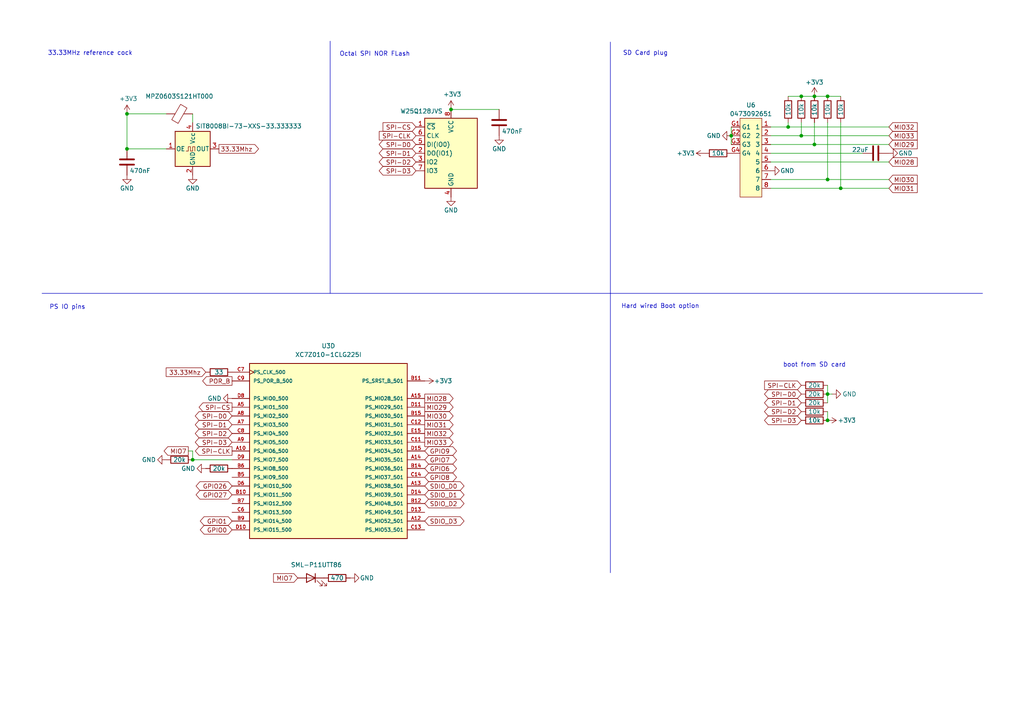
<source format=kicad_sch>
(kicad_sch (version 20231120) (generator "eeschema") (generator_version "8.0")
  (paper "A4")
  (lib_symbols
    (symbol "Device:C" (pin_numbers hide) (pin_names (offset 0.254))
      (property "Reference" "C" (at 0.635 2.54 0))
      (property "Value" "C" (at 0.635 -2.54 0))
      (symbol "C_0_1"
        (polyline (pts (xy -2.032 -0.762) (xy 2.032 -0.762)) (stroke (width 0.508)))
        (polyline (pts (xy -2.032 0.762) (xy 2.032 0.762)) (stroke (width 0.508)))
      )
      (symbol "C_1_1"
        (pin passive line (at 0 3.81 270) (length 2.794) (name "~") (number "1"))
        (pin passive line (at 0 -3.81 90) (length 2.794) (name "~") (number "2"))
      )
    )
    (symbol "Device:FerriteBead" (pin_numbers hide) (pin_names (offset 0))
      (property "Reference" "FB" (at -3.81 0.635 90))
      (property "Value" "FerriteBead" (at 3.81 0 90))
      (symbol "FerriteBead_0_1"
        (polyline (pts (xy 0 -1.27) (xy 0 -1.2192)))
        (polyline (pts (xy 0 1.27) (xy 0 1.2954)))
        (polyline (pts (xy -2.7686 0.4064) (xy -1.7018 2.2606) (xy 2.7686 -0.3048) (xy 1.6764 -2.159) (xy -2.7686 0.4064)))
      )
      (symbol "FerriteBead_1_1"
        (pin passive line (at 0 3.81 270) (length 2.54) (name "~") (number "1"))
        (pin passive line (at 0 -3.81 90) (length 2.54) (name "~") (number "2"))
      )
    )
    (symbol "Device:LED" (pin_numbers hide) (pin_names (offset 1.016) hide)
      (property "Reference" "D" (at 0 2.54 0))
      (property "Value" "LED" (at 0 -2.54 0))
      (symbol "LED_0_1"
        (polyline (pts (xy -1.27 -1.27) (xy -1.27 1.27)) (stroke (width 0.254)))
        (polyline (pts (xy -1.27 0) (xy 1.27 0)))
        (polyline (pts (xy 1.27 -1.27) (xy 1.27 1.27) (xy -1.27 0) (xy 1.27 -1.27)) (stroke (width 0.254)))
        (polyline (pts (xy -3.048 -0.762) (xy -4.572 -2.286) (xy -3.81 -2.286) (xy -4.572 -2.286) (xy -4.572 -1.524)))
        (polyline (pts (xy -1.778 -0.762) (xy -3.302 -2.286) (xy -2.54 -2.286) (xy -3.302 -2.286) (xy -3.302 -1.524)))
      )
      (symbol "LED_1_1"
        (pin passive line (at -3.81 0 0) (length 2.54) (name "K") (number "1"))
        (pin passive line (at 3.81 0 180) (length 2.54) (name "A") (number "2"))
      )
    )
    (symbol "Device:R" (pin_numbers hide) (pin_names (offset 0))
      (property "Reference" "R" (at 2.032 0 90))
      (property "Value" "R" (at 0 0 90))
      (symbol "R_0_1"
        (rectangle (start -1.016 -2.54) (end 1.016 2.54) (stroke (width 0.254)))
      )
      (symbol "R_1_1"
        (pin passive line (at 0 3.81 270) (length 1.27) (name "~") (number "1"))
        (pin passive line (at 0 -3.81 90) (length 1.27) (name "~") (number "2"))
      )
    )
    (symbol "ESP32-PRO_Rev_B1:GND" (power) (pin_names (offset 0))
      (property "Value" "GND" (at 0 -3.81 0))
      (symbol "GND_0_1"
        (polyline (pts (xy 0 0) (xy 0 -1.27) (xy 1.27 -1.27) (xy 0 -2.54) (xy -1.27 -1.27) (xy 0 -1.27)))
      )
      (symbol "GND_1_1"
        (pin power_in line (at 0 0 270) (length 0) hide (name "GND") (number "1"))
      )
    )
    (symbol "Memory_Flash:W25Q128JVS"
      (property "Reference" "U" (at -6.35 11.43 0))
      (property "Value" "W25Q128JVS" (at 7.62 11.43 0))
      (symbol "W25Q128JVS_0_1"
        (rectangle (start -7.62 10.16) (end 7.62 -10.16) (stroke (width 0.254)) (fill (type background)))
      )
      (symbol "W25Q128JVS_1_1"
        (pin input line (at -10.16 7.62 0) (length 2.54) (name "~{CS}") (number "1"))
        (pin bidirectional line (at -10.16 0 0) (length 2.54) (name "DO(IO1)") (number "2"))
        (pin bidirectional line (at -10.16 -2.54 0) (length 2.54) (name "IO2") (number "3"))
        (pin power_in line (at 0 -12.7 90) (length 2.54) (name "GND") (number "4"))
        (pin bidirectional line (at -10.16 2.54 0) (length 2.54) (name "DI(IO0)") (number "5"))
        (pin input line (at -10.16 5.08 0) (length 2.54) (name "CLK") (number "6"))
        (pin bidirectional line (at -10.16 -5.08 0) (length 2.54) (name "IO3") (number "7"))
        (pin power_in line (at 0 12.7 270) (length 2.54) (name "VCC") (number "8"))
      )
    )
    (symbol "Oscillator:SG-210SCD" (pin_names (offset 0.254))
      (property "Reference" "X" (at -5.08 6.35 0))
      (property "Value" "SG-210SCD" (at 1.27 -6.35 0))
      (symbol "SG-210SCD_0_1"
        (rectangle (start -5.08 5.08) (end 5.08 -5.08) (stroke (width 0.254)) (fill (type background)))
        (polyline (pts (xy -1.905 -0.635) (xy -1.27 -0.635) (xy -1.27 0.635) (xy -0.635 0.635) (xy -0.635 -0.635) (xy 0 -0.635) (xy 0 0.635) (xy 0.635 0.635) (xy 0.635 -0.635)))
      )
      (symbol "SG-210SCD_1_1"
        (pin input line (at -7.62 0 0) (length 2.54) (name "OE") (number "1"))
        (pin power_in line (at 0 -7.62 90) (length 2.54) (name "GND") (number "2"))
        (pin output line (at 7.62 0 180) (length 2.54) (name "OUT") (number "3"))
        (pin power_in line (at 0 7.62 270) (length 2.54) (name "Vcc") (number "4"))
      )
    )
    (symbol "Personal:U"
      (property "Reference" "U" (at 0 0 0))
      (symbol "U_1_1"
        (rectangle (start -2.54 -1.27) (end 3.81 -24.13) (fill (type background)))
        (pin input line (at 6.35 -3.81 180) (length 2.54) (name "1") (number "1"))
        (pin input line (at 6.35 -6.35 180) (length 2.54) (name "2") (number "2"))
        (pin input line (at 6.35 -8.89 180) (length 2.54) (name "3") (number "3"))
        (pin input line (at 6.35 -11.43 180) (length 2.54) (name "4") (number "4"))
        (pin input line (at 6.35 -13.97 180) (length 2.54) (name "5") (number "5"))
        (pin input line (at 6.35 -16.51 180) (length 2.54) (name "6") (number "6"))
        (pin input line (at 6.35 -19.05 180) (length 2.54) (name "7") (number "7"))
        (pin input line (at 6.35 -21.59 180) (length 2.54) (name "8") (number "8"))
        (pin input line (at -5.08 -3.81 0) (length 2.54) (name "G1") (number "G1"))
        (pin input line (at -5.08 -6.35 0) (length 2.54) (name "G2") (number "G2"))
        (pin input line (at -5.08 -8.89 0) (length 2.54) (name "G3") (number "G3"))
        (pin input line (at -5.08 -11.43 0) (length 2.54) (name "G4") (number "G4"))
      )
    )
    (symbol "Personal:XC7Z010-1CLG225I" (pin_names (offset 1.016))
      (property "Reference" "U" (at -25.5456 24.8201 0))
      (property "Value" "XC7Z010-1CLG225I" (at -25.5473 -24.1252 0))
      (symbol "XC7Z010-1CLG225I_1_0"
        (rectangle (start -25.4 -20.32) (end 25.4 22.86) (stroke (width 0.254)) (fill (type background)))
        (pin bidirectional line (at 30.48 7.62 180) (length 5.08) (name "INIT_B_0") (number "D5"))
        (pin power_in line (at 30.48 20.32 180) (length 5.08) (name "VCCBATT_0") (number "E6"))
        (pin passive line (at 30.48 -10.16 180) (length 5.08) (name "RSVDGND") (number "E8"))
        (pin input line (at -30.48 -5.08 0) (length 5.08) (name "CFGBVS_0") (number "F6"))
        (pin power_in line (at 30.48 17.78 180) (length 5.08) (name "VCCADC_0") (number "F7"))
        (pin power_in line (at 30.48 -17.78 180) (length 5.08) (name "GNDADC_0") (number "F8"))
        (pin passive line (at 30.48 -2.54 180) (length 5.08) (name "RSVSVCC1") (number "G4"))
        (pin input line (at -30.48 -7.62 0) (length 5.08) (name "VP_0") (number "G7"))
        (pin power_in line (at 30.48 -15.24 180) (length 5.08) (name "VREFN_0") (number "G8"))
        (pin input clock (at -30.48 10.16 0) (length 5.08) (name "TCK_0") (number "G9"))
        (pin passive line (at 30.48 -7.62 180) (length 5.08) (name "RSVSVCC3") (number "H4"))
        (pin power_in line (at 30.48 15.24 180) (length 5.08) (name "VREFP_0") (number "H7"))
        (pin input line (at -30.48 -10.16 0) (length 5.08) (name "VN_0") (number "H8"))
        (pin passive line (at 30.48 -5.08 180) (length 5.08) (name "RSVSVCC2") (number "J4"))
        (pin output line (at 30.48 2.54 180) (length 5.08) (name "DXP_0") (number "J7"))
        (pin input line (at -30.48 -2.54 0) (length 5.08) (name "PROGRAM_B_0") (number "K6"))
        (pin input line (at -30.48 5.08 0) (length 5.08) (name "TDI_0") (number "L7"))
        (pin output line (at -30.48 2.54 0) (length 5.08) (name "TDO_0") (number "L8"))
        (pin input line (at -30.48 7.62 0) (length 5.08) (name "TMS_0") (number "L9"))
        (pin bidirectional line (at 30.48 10.16 180) (length 5.08) (name "DONE_0") (number "M7"))
      )
      (symbol "XC7Z010-1CLG225I_2_0"
        (rectangle (start -27.94 -30.48) (end 27.94 33.02) (stroke (width 0.254)) (fill (type background)))
        (pin bidirectional line (at -33.02 30.48 0) (length 5.08) (name "IO_L1P_T0_34") (number "G11"))
        (pin bidirectional line (at -33.02 25.4 0) (length 5.08) (name "IO_L2P_T0_34") (number "G12"))
        (pin bidirectional line (at -33.02 20.32 0) (length 5.08) (name "IO_L3P_T0_DQS_PUDC_B_34") (number "G14"))
        (pin bidirectional line (at -33.02 5.08 0) (length 5.08) (name "IO_L6P_T0_34") (number "H11"))
        (pin bidirectional line (at -33.02 27.94 0) (length 5.08) (name "IO_L1N_T0_34") (number "H12"))
        (pin bidirectional line (at -33.02 22.86 0) (length 5.08) (name "IO_L2N_T0_34") (number "H13"))
        (pin bidirectional line (at -33.02 17.78 0) (length 5.08) (name "IO_L3N_T0_DQS_34") (number "H14"))
        (pin bidirectional line (at -33.02 2.54 0) (length 5.08) (name "IO_L6N_T0_VREF_34") (number "J11"))
        (pin bidirectional line (at -33.02 10.16 0) (length 5.08) (name "IO_L5P_T0_34") (number "J13"))
        (pin bidirectional line (at -33.02 7.62 0) (length 5.08) (name "IO_L5N_T0_34") (number "J14"))
        (pin bidirectional line (at -33.02 15.24 0) (length 5.08) (name "IO_L4P_T0_34") (number "J15"))
        (pin bidirectional line (at -33.02 -20.32 0) (length 5.08) (name "IO_L11P_T1_SRCC_34") (number "K11"))
        (pin bidirectional line (at -33.02 -22.86 0) (length 5.08) (name "IO_L11N_T1_SRCC_34") (number "K12"))
        (pin bidirectional line (at -33.02 -15.24 0) (length 5.08) (name "IO_L10P_T1_34") (number "K13"))
        (pin bidirectional line (at -33.02 12.7 0) (length 5.08) (name "IO_L4N_T0_34") (number "K15"))
        (pin bidirectional line (at -33.02 -25.4 0) (length 5.08) (name "IO_L12P_T1_MRCC_34") (number "L12"))
        (pin bidirectional line (at -33.02 -17.78 0) (length 5.08) (name "IO_L10N_T1_34") (number "L13"))
        (pin bidirectional line (at -33.02 -10.16 0) (length 5.08) (name "IO_L9P_T1_DQS_34") (number "L14"))
        (pin bidirectional line (at -33.02 -5.08 0) (length 5.08) (name "IO_L8P_T1_34") (number "L15"))
        (pin bidirectional line (at 33.02 -5.08 180) (length 5.08) (name "IO_L21P_T3_DQS_34") (number "M10"))
        (pin bidirectional line (at 33.02 -7.62 180) (length 5.08) (name "IO_L21N_T3_DQS_34") (number "M11"))
        (pin bidirectional line (at -33.02 -27.94 0) (length 5.08) (name "IO_L12N_T1_MRCC_34") (number "M12"))
        (pin bidirectional line (at -33.02 -12.7 0) (length 5.08) (name "IO_L9N_T1_DQS_34") (number "M14"))
        (pin bidirectional line (at -33.02 -7.62 0) (length 5.08) (name "IO_L8N_T1_34") (number "M15"))
        (pin bidirectional line (at 33.02 5.08 180) (length 5.08) (name "IO_L19P_T3_34") (number "M9"))
        (pin bidirectional line (at 33.02 30.48 180) (length 5.08) (name "IO_L13P_T2_MRCC_34") (number "N11"))
        (pin bidirectional line (at 33.02 27.94 180) (length 5.08) (name "IO_L13N_T2_MRCC_34") (number "N12"))
        (pin bidirectional line (at -33.02 0 0) (length 5.08) (name "IO_L7P_T1_34") (number "N13"))
        (pin bidirectional line (at -33.02 -2.54 0) (length 5.08) (name "IO_L7N_T1_34") (number "N14"))
        (pin bidirectional line (at 33.02 -10.16 180) (length 5.08) (name "IO_L22P_T3_34") (number "N7"))
        (pin bidirectional line (at 33.02 -12.7 180) (length 5.08) (name "IO_L22N_T3_34") (number "N8"))
        (pin bidirectional line (at 33.02 2.54 180) (length 5.08) (name "IO_L19N_T3_VREF_34") (number "N9"))
        (pin bidirectional line (at 33.02 -20.32 180) (length 5.08) (name "IO_L24P_T3_34") (number "P10"))
        (pin bidirectional line (at 33.02 20.32 180) (length 5.08) (name "IO_L16P_T2_34") (number "P11"))
        (pin bidirectional line (at 33.02 10.16 180) (length 5.08) (name "IO_L18P_T2_34") (number "P13"))
        (pin bidirectional line (at 33.02 7.62 180) (length 5.08) (name "IO_L18N_T2_34") (number "P14"))
        (pin bidirectional line (at 33.02 25.4 180) (length 5.08) (name "IO_L15P_T2_DQS_34") (number "P15"))
        (pin bidirectional line (at 33.02 -15.24 180) (length 5.08) (name "IO_L23P_T3_34") (number "P8"))
        (pin bidirectional line (at 33.02 -17.78 180) (length 5.08) (name "IO_L23N_T3_34") (number "P9"))
        (pin bidirectional line (at 33.02 -22.86 180) (length 5.08) (name "IO_L24N_T3_34") (number "R10"))
        (pin bidirectional line (at 33.02 17.78 180) (length 5.08) (name "IO_L16N_T2_34") (number "R11"))
        (pin bidirectional line (at 33.02 15.24 180) (length 5.08) (name "IO_L17P_T2_34") (number "R12"))
        (pin bidirectional line (at 33.02 12.7 180) (length 5.08) (name "IO_L17N_T2_34") (number "R13"))
        (pin bidirectional line (at 33.02 22.86 180) (length 5.08) (name "IO_L15N_T2_DQS_34") (number "R15"))
        (pin bidirectional line (at 33.02 0 180) (length 5.08) (name "IO_L20P_T3_34") (number "R7"))
        (pin bidirectional line (at 33.02 -2.54 180) (length 5.08) (name "IO_L20N_T3_34") (number "R8"))
      )
      (symbol "XC7Z010-1CLG225I_3_0"
        (rectangle (start -22.86 -10.16) (end 22.86 12.7) (stroke (width 0.254)) (fill (type background)))
        (pin bidirectional line (at -27.94 5.08 0) (length 5.08) (name "IO_L2P_T0_AD8P_35") (number "E11"))
        (pin bidirectional line (at -27.94 2.54 0) (length 5.08) (name "IO_L2N_T0_AD8N_35") (number "E12"))
        (pin bidirectional line (at -27.94 7.62 0) (length 5.08) (name "IO_L1N_T0_AD0N_35") (number "E13"))
        (pin bidirectional line (at -27.94 10.16 0) (length 5.08) (name "IO_L1P_T0_AD0P_35") (number "F12"))
        (pin bidirectional line (at -27.94 0 0) (length 5.08) (name "IO_L3P_T0_DQS_AD1P_35") (number "F13"))
        (pin bidirectional line (at -27.94 -2.54 0) (length 5.08) (name "IO_L3N_T0_DQS_AD1N_35") (number "F14"))
        (pin bidirectional line (at -27.94 -7.62 0) (length 5.08) (name "IO_L5N_T0_AD9N_35") (number "F15"))
        (pin bidirectional line (at -27.94 -5.08 0) (length 5.08) (name "IO_L5P_T0_AD9P_35") (number "G15"))
      )
      (symbol "XC7Z010-1CLG225I_4_0"
        (rectangle (start -22.86 -25.4) (end 22.86 25.4) (stroke (width 0.254)) (fill (type background)))
        (pin bidirectional line (at -27.94 0 0) (length 5.08) (name "PS_MIO6_500") (number "A10"))
        (pin bidirectional line (at 27.94 -20.32 180) (length 5.08) (name "PS_MIO52_501") (number "A12"))
        (pin bidirectional line (at 27.94 -10.16 180) (length 5.08) (name "PS_MIO38_501") (number "A13"))
        (pin bidirectional line (at 27.94 -2.54 180) (length 5.08) (name "PS_MIO35_501") (number "A14"))
        (pin bidirectional line (at 27.94 15.24 180) (length 5.08) (name "PS_MIO28_501") (number "A15"))
        (pin bidirectional line (at -27.94 12.7 0) (length 5.08) (name "PS_MIO1_500") (number "A5"))
        (pin bidirectional line (at -27.94 7.62 0) (length 5.08) (name "PS_MIO3_500") (number "A7"))
        (pin bidirectional line (at -27.94 10.16 0) (length 5.08) (name "PS_MIO2_500") (number "A8"))
        (pin bidirectional line (at -27.94 2.54 0) (length 5.08) (name "PS_MIO5_500") (number "A9"))
        (pin bidirectional line (at -27.94 -12.7 0) (length 5.08) (name "PS_MIO11_500") (number "B10"))
        (pin input line (at 27.94 20.32 180) (length 5.08) (name "PS_SRST_B_501") (number "B11"))
        (pin bidirectional line (at 27.94 -15.24 180) (length 5.08) (name "PS_MIO48_501") (number "B12"))
        (pin bidirectional line (at 27.94 -5.08 180) (length 5.08) (name "PS_MIO36_501") (number "B14"))
        (pin bidirectional line (at 27.94 10.16 180) (length 5.08) (name "PS_MIO30_501") (number "B15"))
        (pin bidirectional line (at -27.94 -7.62 0) (length 5.08) (name "PS_MIO9_500") (number "B5"))
        (pin bidirectional line (at -27.94 -5.08 0) (length 5.08) (name "PS_MIO8_500") (number "B6"))
        (pin bidirectional line (at -27.94 -15.24 0) (length 5.08) (name "PS_MIO12_500") (number "B7"))
        (pin bidirectional line (at -27.94 -20.32 0) (length 5.08) (name "PS_MIO14_500") (number "B9"))
        (pin bidirectional line (at 27.94 2.54 180) (length 5.08) (name "PS_MIO33_501") (number "C11"))
        (pin bidirectional line (at 27.94 7.62 180) (length 5.08) (name "PS_MIO31_501") (number "C12"))
        (pin bidirectional line (at 27.94 -22.86 180) (length 5.08) (name "PS_MIO53_501") (number "C13"))
        (pin bidirectional line (at 27.94 -7.62 180) (length 5.08) (name "PS_MIO37_501") (number "C14"))
        (pin bidirectional line (at -27.94 -17.78 0) (length 5.08) (name "PS_MIO13_500") (number "C6"))
        (pin input clock (at -27.94 22.86 0) (length 5.08) (name "PS_CLK_500") (number "C7"))
        (pin bidirectional line (at -27.94 5.08 0) (length 5.08) (name "PS_MIO4_500") (number "C8"))
        (pin input line (at -27.94 20.32 0) (length 5.08) (name "PS_POR_B_500") (number "C9"))
        (pin bidirectional line (at -27.94 -22.86 0) (length 5.08) (name "PS_MIO15_500") (number "D10"))
        (pin bidirectional line (at 27.94 12.7 180) (length 5.08) (name "PS_MIO29_501") (number "D11"))
        (pin bidirectional line (at 27.94 -17.78 180) (length 5.08) (name "PS_MIO49_501") (number "D13"))
        (pin bidirectional line (at 27.94 -12.7 180) (length 5.08) (name "PS_MIO39_501") (number "D14"))
        (pin bidirectional line (at 27.94 0 180) (length 5.08) (name "PS_MIO34_501") (number "D15"))
        (pin bidirectional line (at -27.94 -10.16 0) (length 5.08) (name "PS_MIO10_500") (number "D6"))
        (pin bidirectional line (at -27.94 15.24 0) (length 5.08) (name "PS_MIO0_500") (number "D8"))
        (pin bidirectional line (at -27.94 -2.54 0) (length 5.08) (name "PS_MIO7_500") (number "D9"))
        (pin bidirectional line (at 27.94 5.08 180) (length 5.08) (name "PS_MIO32_501") (number "E15"))
      )
      (symbol "XC7Z010-1CLG225I_5_0"
        (rectangle (start -27.94 -43.18) (end 27.94 43.18) (stroke (width 0.254)) (fill (type background)))
        (pin bidirectional line (at -33.02 38.1 0) (length 5.08) (name "PS_DDR_DQ1_502") (number "A2"))
        (pin bidirectional line (at -33.02 22.86 0) (length 5.08) (name "PS_DDR_DQ7_502") (number "A3"))
        (pin bidirectional line (at -33.02 27.94 0) (length 5.08) (name "PS_DDR_DQ5_502") (number "A4"))
        (pin output line (at 33.02 -2.54 180) (length 5.08) (name "PS_DDR_DM0_502") (number "B1"))
        (pin bidirectional line (at -33.02 -2.54 0) (length 5.08) (name "PS_DDR_DQS_N0_502") (number "B2"))
        (pin bidirectional line (at -33.02 30.48 0) (length 5.08) (name "PS_DDR_DQ4_502") (number "B4"))
        (pin bidirectional line (at -33.02 33.02 0) (length 5.08) (name "PS_DDR_DQ3_502") (number "C1"))
        (pin bidirectional line (at -33.02 0 0) (length 5.08) (name "PS_DDR_DQS_P0_502") (number "C2"))
        (pin bidirectional line (at -33.02 25.4 0) (length 5.08) (name "PS_DDR_DQ6_502") (number "C3"))
        (pin bidirectional line (at -33.02 35.56 0) (length 5.08) (name "PS_DDR_DQ2_502") (number "C4"))
        (pin bidirectional line (at -33.02 17.78 0) (length 5.08) (name "PS_DDR_DQ9_502") (number "D1"))
        (pin output line (at 33.02 -5.08 180) (length 5.08) (name "PS_DDR_DM1_502") (number "D3"))
        (pin bidirectional line (at -33.02 40.64 0) (length 5.08) (name "PS_DDR_DQ0_502") (number "D4"))
        (pin bidirectional line (at -33.02 20.32 0) (length 5.08) (name "PS_DDR_DQ8_502") (number "E1"))
        (pin bidirectional line (at -33.02 15.24 0) (length 5.08) (name "PS_DDR_DQ10_502") (number "E2"))
        (pin bidirectional line (at -33.02 12.7 0) (length 5.08) (name "PS_DDR_DQ11_502") (number "E3"))
        (pin bidirectional line (at -33.02 -7.62 0) (length 5.08) (name "PS_DDR_DQS_N1_502") (number "F2"))
        (pin bidirectional line (at -33.02 10.16 0) (length 5.08) (name "PS_DDR_DQ12_502") (number "F3"))
        (pin power_in line (at 33.02 40.64 180) (length 5.08) (name "PS_DDR_VREF0_502") (number "F4"))
        (pin bidirectional line (at -33.02 7.62 0) (length 5.08) (name "PS_DDR_DQ13_502") (number "G1"))
        (pin bidirectional line (at -33.02 -5.08 0) (length 5.08) (name "PS_DDR_DQS_P1_502") (number "G2"))
        (pin bidirectional line (at -33.02 5.08 0) (length 5.08) (name "PS_DDR_DQ14_502") (number "H1"))
        (pin bidirectional line (at -33.02 2.54 0) (length 5.08) (name "PS_DDR_DQ15_502") (number "H2"))
        (pin output line (at 33.02 -38.1 180) (length 5.08) (name "PS_DDR_VRP_502") (number "H3"))
        (pin output line (at 33.02 10.16 180) (length 5.08) (name "PS_DDR_A10_502") (number "J1"))
        (pin output line (at 33.02 -40.64 180) (length 5.08) (name "PS_DDR_VRN_502") (number "J3"))
        (pin output line (at 33.02 0 180) (length 5.08) (name "PS_DDR_A14_502") (number "K1"))
        (pin output line (at 33.02 2.54 180) (length 5.08) (name "PS_DDR_A13_502") (number "K2"))
        (pin output line (at 33.02 -25.4 180) (length 5.08) (name "PS_DDR_ODT_502") (number "K3"))
        (pin output line (at 33.02 7.62 180) (length 5.08) (name "PS_DDR_A11_502") (number "L2"))
        (pin output line (at 33.02 -20.32 180) (length 5.08) (name "PS_DDR_CKE_502") (number "L3"))
        (pin output line (at 33.02 -22.86 180) (length 5.08) (name "PS_DDR_DRST_B_502") (number "L4"))
        (pin output line (at 33.02 30.48 180) (length 5.08) (name "PS_DDR_A2_502") (number "M1"))
        (pin output line (at 33.02 5.08 180) (length 5.08) (name "PS_DDR_A12_502") (number "M2"))
        (pin output line (at 33.02 27.94 180) (length 5.08) (name "PS_DDR_A3_502") (number "M4"))
        (pin output line (at 33.02 17.78 180) (length 5.08) (name "PS_DDR_A7_502") (number "M5"))
        (pin output line (at 33.02 -7.62 180) (length 5.08) (name "PS_DDR_BA0_502") (number "M6"))
        (pin output line (at 33.02 33.02 180) (length 5.08) (name "PS_DDR_A1_502") (number "N1"))
        (pin output clock (at 33.02 -17.78 180) (length 5.08) (name "PS_DDR_CKN_502") (number "N2"))
        (pin output clock (at 33.02 -15.24 180) (length 5.08) (name "PS_DDR_CKP_502") (number "N3"))
        (pin output line (at 33.02 12.7 180) (length 5.08) (name "PS_DDR_A9_502") (number "N4"))
        (pin output line (at 33.02 -12.7 180) (length 5.08) (name "PS_DDR_BA2_502") (number "N6"))
        (pin output line (at 33.02 35.56 180) (length 5.08) (name "PS_DDR_A0_502") (number "P1"))
        (pin output line (at 33.02 25.4 180) (length 5.08) (name "PS_DDR_A4_502") (number "P3"))
        (pin output line (at 33.02 22.86 180) (length 5.08) (name "PS_DDR_A5_502") (number "P4"))
        (pin output line (at 33.02 20.32 180) (length 5.08) (name "PS_DDR_A6_502") (number "P5"))
        (pin output line (at 33.02 15.24 180) (length 5.08) (name "PS_DDR_A8_502") (number "P6"))
        (pin output line (at 33.02 -10.16 180) (length 5.08) (name "PS_DDR_BA1_502") (number "R1"))
        (pin output line (at 33.02 -27.94 180) (length 5.08) (name "PS_DDR_CS_B_502") (number "R2"))
        (pin output line (at 33.02 -30.48 180) (length 5.08) (name "PS_DDR_WE_B_502") (number "R3"))
        (pin output line (at 33.02 -33.02 180) (length 5.08) (name "PS_DDR_CAS_B_502") (number "R5"))
        (pin output line (at 33.02 -35.56 180) (length 5.08) (name "PS_DDR_RAS_B_502") (number "R6"))
      )
      (symbol "XC7Z010-1CLG225I_6_0"
        (rectangle (start -17.78 -17.78) (end 17.78 17.78) (stroke (width 0.254)) (fill (type background)))
        (pin power_in line (at 22.86 -15.24 180) (length 5.08) (name "GND") (number "A1"))
        (pin power_in line (at 22.86 -15.24 180) (length 5.08) (name "GND") (number "A11"))
        (pin power_in line (at 22.86 -5.08 180) (length 5.08) (name "VCCO_MIO0_500") (number "A6"))
        (pin power_in line (at 22.86 -7.62 180) (length 5.08) (name "VCCO_MIO1_501") (number "B13"))
        (pin power_in line (at 22.86 -10.16 180) (length 5.08) (name "VCCO_DDR_502") (number "B3"))
        (pin power_in line (at 22.86 -15.24 180) (length 5.08) (name "GND") (number "B8"))
        (pin power_in line (at 22.86 -7.62 180) (length 5.08) (name "VCCO_MIO1_501") (number "C10"))
        (pin power_in line (at 22.86 -15.24 180) (length 5.08) (name "GND") (number "C15"))
        (pin power_in line (at 22.86 -15.24 180) (length 5.08) (name "GND") (number "C5"))
        (pin power_in line (at 22.86 -15.24 180) (length 5.08) (name "GND") (number "D12"))
        (pin power_in line (at 22.86 -15.24 180) (length 5.08) (name "GND") (number "D2"))
        (pin power_in line (at 22.86 -5.08 180) (length 5.08) (name "VCCO_MIO0_500") (number "D7"))
        (pin power_in line (at 22.86 15.24 180) (length 5.08) (name "VCCINT") (number "E10"))
        (pin power_in line (at 22.86 -7.62 180) (length 5.08) (name "VCCO_MIO1_501") (number "E14"))
        (pin power_in line (at 22.86 -10.16 180) (length 5.08) (name "VCCO_DDR_502") (number "E4"))
        (pin power_in line (at 22.86 -15.24 180) (length 5.08) (name "GND") (number "E5"))
        (pin power_in line (at 22.86 -15.24 180) (length 5.08) (name "GND") (number "E7"))
        (pin power_in line (at 22.86 -15.24 180) (length 5.08) (name "GND") (number "E9"))
        (pin power_in line (at 22.86 -10.16 180) (length 5.08) (name "VCCO_DDR_502") (number "F1"))
        (pin power_in line (at 22.86 -15.24 180) (length 5.08) (name "GND") (number "F10"))
        (pin power_in line (at 22.86 -2.54 180) (length 5.08) (name "VCCO_35") (number "F11"))
        (pin power_in line (at 22.86 5.08 180) (length 5.08) (name "VCCPLL") (number "F5"))
        (pin power_in line (at 22.86 15.24 180) (length 5.08) (name "VCCINT") (number "F9"))
        (pin power_in line (at 22.86 15.24 180) (length 5.08) (name "VCCINT") (number "G10"))
        (pin power_in line (at 22.86 -15.24 180) (length 5.08) (name "GND") (number "G13"))
        (pin power_in line (at 22.86 -15.24 180) (length 5.08) (name "GND") (number "G3"))
        (pin power_in line (at 22.86 -15.24 180) (length 5.08) (name "GND") (number "G5"))
        (pin power_in line (at 22.86 12.7 180) (length 5.08) (name "VCCPINT") (number "G6"))
        (pin power_in line (at 22.86 -15.24 180) (length 5.08) (name "GND") (number "H10"))
        (pin power_in line (at 22.86 -2.54 180) (length 5.08) (name "VCCO_35") (number "H15"))
        (pin power_in line (at 22.86 12.7 180) (length 5.08) (name "VCCPINT") (number "H5"))
        (pin power_in line (at 22.86 -15.24 180) (length 5.08) (name "GND") (number "H6"))
        (pin power_in line (at 22.86 10.16 180) (length 5.08) (name "VCCAUX") (number "H9"))
        (pin power_in line (at 22.86 15.24 180) (length 5.08) (name "VCCINT") (number "J10"))
        (pin power_in line (at 22.86 0 180) (length 5.08) (name "VCCO_34") (number "J12"))
        (pin power_in line (at 22.86 -10.16 180) (length 5.08) (name "VCCO_DDR_502") (number "J2"))
        (pin power_in line (at 22.86 -15.24 180) (length 5.08) (name "GND") (number "J5"))
        (pin power_in line (at 22.86 7.62 180) (length 5.08) (name "VCCPAUX") (number "J6"))
        (pin power_in line (at 22.86 10.16 180) (length 5.08) (name "VCCAUX") (number "J8"))
        (pin power_in line (at 22.86 -15.24 180) (length 5.08) (name "GND") (number "J9"))
        (pin power_in line (at 22.86 -15.24 180) (length 5.08) (name "GND") (number "K10"))
        (pin power_in line (at 22.86 -15.24 180) (length 5.08) (name "GND") (number "K14"))
        (pin power_in line (at 22.86 -15.24 180) (length 5.08) (name "GND") (number "K4"))
        (pin power_in line (at 22.86 12.7 180) (length 5.08) (name "VCCPINT") (number "K5"))
        (pin power_in line (at 22.86 -15.24 180) (length 5.08) (name "GND") (number "K7"))
        (pin power_in line (at 22.86 2.54 180) (length 5.08) (name "VCCO_0") (number "K8"))
        (pin power_in line (at 22.86 10.16 180) (length 5.08) (name "VCCAUX") (number "K9"))
        (pin power_in line (at 22.86 -15.24 180) (length 5.08) (name "GND") (number "L1"))
        (pin power_in line (at 22.86 15.24 180) (length 5.08) (name "VCCINT") (number "L10"))
        (pin power_in line (at 22.86 -15.24 180) (length 5.08) (name "GND") (number "L11"))
        (pin power_in line (at 22.86 -15.24 180) (length 5.08) (name "GND") (number "L5"))
        (pin power_in line (at 22.86 7.62 180) (length 5.08) (name "VCCPAUX") (number "L6"))
        (pin power_in line (at 22.86 0 180) (length 5.08) (name "VCCO_34") (number "M13"))
        (pin power_in line (at 22.86 -10.16 180) (length 5.08) (name "VCCO_DDR_502") (number "M3"))
        (pin power_in line (at 22.86 -15.24 180) (length 5.08) (name "GND") (number "M8"))
        (pin power_in line (at 22.86 0 180) (length 5.08) (name "VCCO_34") (number "N10"))
        (pin power_in line (at 22.86 -15.24 180) (length 5.08) (name "GND") (number "N15"))
        (pin power_in line (at 22.86 -15.24 180) (length 5.08) (name "GND") (number "N5"))
        (pin power_in line (at 22.86 -15.24 180) (length 5.08) (name "GND") (number "P12"))
        (pin power_in line (at 22.86 -15.24 180) (length 5.08) (name "GND") (number "P2"))
        (pin power_in line (at 22.86 0 180) (length 5.08) (name "VCCO_34") (number "P7"))
        (pin power_in line (at 22.86 0 180) (length 5.08) (name "VCCO_34") (number "R14"))
        (pin power_in line (at 22.86 -10.16 180) (length 5.08) (name "VCCO_DDR_502") (number "R4"))
        (pin power_in line (at 22.86 -15.24 180) (length 5.08) (name "GND") (number "R9"))
      )
    )
    (symbol "power:+3V3" (power) (pin_names (offset 0))
      (property "Value" "+3V3" (at 0 3.556 0))
      (symbol "+3V3_0_1"
        (polyline (pts (xy -0.762 1.27) (xy 0 2.54)))
        (polyline (pts (xy 0 0) (xy 0 2.54)))
        (polyline (pts (xy 0 2.54) (xy 0.762 1.27)))
      )
      (symbol "+3V3_1_1"
        (pin power_in line (at 0 0 90) (length 0) hide (name "+3V3") (number "1"))
      )
    )
  )
  (junction (at 36.83 33.02))
  (junction (at 240.03 114.3))
  (junction (at 36.83 43.18))
  (junction (at 232.41 27.94))
  (junction (at 240.03 27.94))
  (junction (at 212.09 39.37))
  (junction (at 240.03 52.07))
  (junction (at 236.22 41.91))
  (junction (at 236.22 27.94))
  (junction (at 232.41 39.37))
  (junction (at 130.81 31.75))
  (junction (at 243.84 54.61))
  (junction (at 55.88 133.35))
  (junction (at 240.03 121.92))
  (junction (at 228.6 36.83))
  (wire (pts (xy 236.22 27.94) (xy 240.03 27.94)))
  (wire (pts (xy 240.03 114.3) (xy 240.03 116.84)))
  (wire (pts (xy 236.22 41.91) (xy 223.52 41.91)))
  (wire (pts (xy 236.22 35.56) (xy 236.22 41.91)))
  (wire (pts (xy 130.81 31.75) (xy 144.78 31.75)))
  (wire (pts (xy 54.61 130.81) (xy 55.88 130.81)))
  (wire (pts (xy 55.88 133.35) (xy 67.31 133.35)))
  (wire (pts (xy 240.03 35.56) (xy 240.03 52.07)))
  (wire (pts (xy 223.52 54.61) (xy 243.84 54.61)))
  (polyline (pts (xy 177.038 85.09) (xy 12.192 85.09)))
  (wire (pts (xy 55.88 33.02) (xy 55.88 35.56)))
  (polyline (pts (xy 177.038 12.192) (xy 177.038 85.09)))
  (wire (pts (xy 243.84 35.56) (xy 243.84 54.61)))
  (wire (pts (xy 212.09 39.37) (xy 212.09 41.91)))
  (polyline (pts (xy 177.038 85.09) (xy 284.988 85.09)))
  (wire (pts (xy 257.81 52.07) (xy 240.03 52.07)))
  (wire (pts (xy 36.83 43.18) (xy 48.26 43.18)))
  (wire (pts (xy 240.03 27.94) (xy 243.84 27.94)))
  (wire (pts (xy 228.6 36.83) (xy 223.52 36.83)))
  (polyline (pts (xy 95.758 11.938) (xy 95.758 85.09)))
  (wire (pts (xy 36.83 33.02) (xy 36.83 43.18)))
  (wire (pts (xy 240.03 52.07) (xy 223.52 52.07)))
  (wire (pts (xy 257.81 46.99) (xy 223.52 46.99)))
  (wire (pts (xy 236.22 27.94) (xy 232.41 27.94)))
  (wire (pts (xy 232.41 27.94) (xy 228.6 27.94)))
  (wire (pts (xy 243.84 54.61) (xy 257.81 54.61)))
  (wire (pts (xy 257.81 41.91) (xy 236.22 41.91)))
  (wire (pts (xy 228.6 35.56) (xy 228.6 36.83)))
  (wire (pts (xy 212.09 36.83) (xy 212.09 39.37)))
  (wire (pts (xy 55.88 130.81) (xy 55.88 133.35)))
  (wire (pts (xy 36.83 33.02) (xy 48.26 33.02)))
  (wire (pts (xy 240.03 119.38) (xy 240.03 121.92)))
  (wire (pts (xy 232.41 35.56) (xy 232.41 39.37)))
  (wire (pts (xy 257.81 39.37) (xy 232.41 39.37)))
  (wire (pts (xy 250.19 44.45) (xy 223.52 44.45)))
  (wire (pts (xy 232.41 39.37) (xy 223.52 39.37)))
  (polyline (pts (xy 177.038 166.116) (xy 177.038 85.09)))
  (wire (pts (xy 240.03 111.76) (xy 240.03 114.3)))
  (wire (pts (xy 257.81 36.83) (xy 228.6 36.83)))
  (wire (pts (xy 241.3 114.3) (xy 240.03 114.3)))
  (text "boot from SD card" (at 236.22 105.918 0) (effects (font (size 1.27 1.27))))
  (text "SD Card plug" (at 187.198 15.494 0) (effects (font (size 1.27 1.27))))
  (text "33.33MHz reference cock" (at 26.162 15.494 0) (effects (font (size 1.27 1.27))))
  (text "Octal SPI NOR FLash" (at 108.712 15.748 0) (effects (font (size 1.27 1.27))))
  (text "PS IO pins" (at 19.558 89.154 0) (effects (font (size 1.27 1.27))))
  (text "Hard wired Boot option" (at 191.516 88.9 0) (effects (font (size 1.27 1.27))))
  (global_label "GPIO1" (shape bidirectional) (at 67.31 151.13 180) (property "Intersheetrefs" "${INTERSHEET_REFS}" (effects (hide yes))))
  (global_label "GPIO26" (shape bidirectional) (at 67.31 140.97 180) (property "Intersheetrefs" "${INTERSHEET_REFS}" (effects (hide yes))))
  (global_label "SPI-D2" (shape bidirectional) (at 67.31 125.73 180) (property "Intersheetrefs" "${INTERSHEET_REFS}" (effects (hide yes))))
  (global_label "SPI-D0" (shape bidirectional) (at 67.31 120.65 180) (property "Intersheetrefs" "${INTERSHEET_REFS}" (effects (hide yes))))
  (global_label "MIO29" (shape output) (at 123.19 118.11 0) (property "Intersheetrefs" "${INTERSHEET_REFS}" (effects (hide yes))))
  (global_label "MIO31" (shape output) (at 123.19 123.19 0) (property "Intersheetrefs" "${INTERSHEET_REFS}" (effects (hide yes))))
  (global_label "SPI-D2" (shape bidirectional) (at 232.41 119.38 180) (property "Intersheetrefs" "${INTERSHEET_REFS}" (effects (hide yes))))
  (global_label "MIO30" (shape output) (at 123.19 120.65 0) (property "Intersheetrefs" "${INTERSHEET_REFS}" (effects (hide yes))))
  (global_label "SPI-CLK" (shape input) (at 232.41 111.76 180) (property "Intersheetrefs" "${INTERSHEET_REFS}" (effects (hide yes))))
  (global_label "SPI-CS" (shape input) (at 120.65 36.83 180) (property "Intersheetrefs" "${INTERSHEET_REFS}" (effects (hide yes))))
  (global_label "MIO28" (shape input) (at 257.81 46.99 0) (property "Intersheetrefs" "${INTERSHEET_REFS}" (effects (hide yes))))
  (global_label "GPIO6" (shape bidirectional) (at 123.19 135.89 0) (property "Intersheetrefs" "${INTERSHEET_REFS}" (effects (hide yes))))
  (global_label "SPI-D1" (shape bidirectional) (at 120.65 44.45 180) (property "Intersheetrefs" "${INTERSHEET_REFS}" (effects (hide yes))))
  (global_label "SPI-D3" (shape bidirectional) (at 67.31 128.27 180) (property "Intersheetrefs" "${INTERSHEET_REFS}" (effects (hide yes))))
  (global_label "SPI-D0" (shape bidirectional) (at 232.41 114.3 180) (property "Intersheetrefs" "${INTERSHEET_REFS}" (effects (hide yes))))
  (global_label "MIO28" (shape output) (at 123.19 115.57 0) (property "Intersheetrefs" "${INTERSHEET_REFS}" (effects (hide yes))))
  (global_label "SPI-D1" (shape bidirectional) (at 67.31 123.19 180) (property "Intersheetrefs" "${INTERSHEET_REFS}" (effects (hide yes))))
  (global_label "SDIO_D2" (shape bidirectional) (at 123.19 146.05 0) (property "Intersheetrefs" "${INTERSHEET_REFS}" (effects (hide yes))))
  (global_label "GPIO7" (shape bidirectional) (at 123.19 133.35 0) (property "Intersheetrefs" "${INTERSHEET_REFS}" (effects (hide yes))))
  (global_label "MIO31" (shape input) (at 257.81 54.61 0) (property "Intersheetrefs" "${INTERSHEET_REFS}" (effects (hide yes))))
  (global_label "SPI-D0" (shape bidirectional) (at 120.65 41.91 180) (property "Intersheetrefs" "${INTERSHEET_REFS}" (effects (hide yes))))
  (global_label "SPI-D3" (shape bidirectional) (at 120.65 49.53 180) (property "Intersheetrefs" "${INTERSHEET_REFS}" (effects (hide yes))))
  (global_label "SDIO_D0" (shape bidirectional) (at 123.19 140.97 0) (property "Intersheetrefs" "${INTERSHEET_REFS}" (effects (hide yes))))
  (global_label "MIO32" (shape input) (at 257.81 36.83 0) (property "Intersheetrefs" "${INTERSHEET_REFS}" (effects (hide yes))))
  (global_label "MIO33" (shape input) (at 257.81 39.37 0) (property "Intersheetrefs" "${INTERSHEET_REFS}" (effects (hide yes))))
  (global_label "MIO33" (shape output) (at 123.19 128.27 0) (property "Intersheetrefs" "${INTERSHEET_REFS}" (effects (hide yes))))
  (global_label "SDIO_D3" (shape bidirectional) (at 123.19 151.13 0) (property "Intersheetrefs" "${INTERSHEET_REFS}" (effects (hide yes))))
  (global_label "MIO7" (shape output) (at 54.61 130.81 180) (property "Intersheetrefs" "${INTERSHEET_REFS}" (effects (hide yes))))
  (global_label "SPI-D1" (shape bidirectional) (at 232.41 116.84 180) (property "Intersheetrefs" "${INTERSHEET_REFS}" (effects (hide yes))))
  (global_label "33.33Mhz" (shape input) (at 59.69 107.95 180) (property "Intersheetrefs" "${INTERSHEET_REFS}" (effects (hide yes))))
  (global_label "SPI-D3" (shape bidirectional) (at 232.41 121.92 180) (property "Intersheetrefs" "${INTERSHEET_REFS}" (effects (hide yes))))
  (global_label "MIO7" (shape input) (at 86.36 167.64 180) (property "Intersheetrefs" "${INTERSHEET_REFS}" (effects (hide yes))))
  (global_label "SPI-CLK" (shape input) (at 120.65 39.37 180) (property "Intersheetrefs" "${INTERSHEET_REFS}" (effects (hide yes))))
  (global_label "SPI-D2" (shape bidirectional) (at 120.65 46.99 180) (property "Intersheetrefs" "${INTERSHEET_REFS}" (effects (hide yes))))
  (global_label "SPI-CS" (shape output) (at 67.31 118.11 180) (property "Intersheetrefs" "${INTERSHEET_REFS}" (effects (hide yes))))
  (global_label "POR_B" (shape output) (at 67.31 110.49 180) (property "Intersheetrefs" "${INTERSHEET_REFS}" (effects (hide yes))))
  (global_label "GPIO8" (shape bidirectional) (at 123.19 138.43 0) (property "Intersheetrefs" "${INTERSHEET_REFS}" (effects (hide yes))))
  (global_label "GPIO0" (shape bidirectional) (at 67.31 153.67 180) (property "Intersheetrefs" "${INTERSHEET_REFS}" (effects (hide yes))))
  (global_label "MIO30" (shape input) (at 257.81 52.07 0) (property "Intersheetrefs" "${INTERSHEET_REFS}" (effects (hide yes))))
  (global_label "SDIO_D1" (shape bidirectional) (at 123.19 143.51 0) (property "Intersheetrefs" "${INTERSHEET_REFS}" (effects (hide yes))))
  (global_label "GPIO27" (shape bidirectional) (at 67.31 143.51 180) (property "Intersheetrefs" "${INTERSHEET_REFS}" (effects (hide yes))))
  (global_label "GPIO9" (shape bidirectional) (at 123.19 130.81 0) (property "Intersheetrefs" "${INTERSHEET_REFS}" (effects (hide yes))))
  (global_label "MIO32" (shape output) (at 123.19 125.73 0) (property "Intersheetrefs" "${INTERSHEET_REFS}" (effects (hide yes))))
  (global_label "33.33Mhz" (shape output) (at 63.5 43.18 0) (property "Intersheetrefs" "${INTERSHEET_REFS}" (effects (hide yes))))
  (global_label "MIO29" (shape input) (at 257.81 41.91 0) (property "Intersheetrefs" "${INTERSHEET_REFS}" (effects (hide yes))))
  (global_label "SPI-CLK" (shape output) (at 67.31 130.81 180) (property "Intersheetrefs" "${INTERSHEET_REFS}" (effects (hide yes))))
  (symbol (lib_id "power:+3V3") (at 236.22 27.94 0) (mirror y) (unit 1)
    (property "Reference" "#PWR07" (effects (hide yes)))
    (property "Value" "+3V3" (at 236.22 23.876 0))
  )
  (symbol (lib_id "ESP32-PRO_Rev_B1:GND") (at 55.88 50.8 0) (unit 1)
    (property "Reference" "#PWR063" (effects (hide yes)))
    (property "Value" "GND" (at 55.88 54.61 0))
  )
  (symbol (lib_id "Device:R") (at 52.07 133.35 90) (mirror x) (unit 1)
    (property "Reference" "R20" (effects (hide yes)))
    (property "Value" "20k" (at 52.07 133.35 90))
    (property "Footprint" "Capacitor_SMD:C_0201_0603Metric" (effects (hide yes)))
    (property "Description" "Resistor" (effects (hide yes)))
  )
  (symbol (lib_id "Memory_Flash:W25Q128JVS") (at 130.81 44.45 0) (unit 1)
    (property "Reference" "U5" (effects (hide yes)))
    (property "Value" "W25Q128JVS" (at 116.078 32.258 0) (effects (justify left)))
    (property "Footprint" "Package_SO:SOIC-8_5.23x5.23mm_P1.27mm" (effects (hide yes)))
    (property "Datasheet" "https://www.winbond.com/resource-files/w25q128jv_dtr%20revc%2003272018%20plus.pdf" (effects (hide yes)))
    (property "Description" "128Mb Serial Flash Memory, Standard/Dual/Quad SPI, SOIC-8" (effects (hide yes)))
  )
  (symbol (lib_id "ESP32-PRO_Rev_B1:GND") (at 130.81 57.15 0) (unit 1)
    (property "Reference" "#PWR057" (effects (hide yes)))
    (property "Value" "GND" (at 130.81 60.96 0))
  )
  (symbol (lib_id "power:+3V3") (at 36.83 33.02 0) (unit 1)
    (property "Reference" "#PWR062" (effects (hide yes)))
    (property "Value" "+3V3" (at 37.211 28.6258 0))
  )
  (symbol (lib_id "Device:R") (at 232.41 31.75 0) (mirror y) (unit 1)
    (property "Reference" "R25" (effects (hide yes)))
    (property "Value" "10k" (at 232.41 31.75 90))
    (property "Footprint" "Capacitor_SMD:C_0402_1005Metric" (effects (hide yes)))
    (property "Description" "Resistor" (effects (hide yes)))
  )
  (symbol (lib_id "Oscillator:SG-210SCD") (at 55.88 43.18 0) (unit 1)
    (property "Reference" "X1" (effects (hide yes)))
    (property "Value" "SIT8008BI-73-XXS-33.333333" (at 72.136 36.576 0))
    (property "Footprint" "Oscillator:Oscillator_SMD_SeikoEpson_SG210-4Pin_2.5x2.0mm" (effects (hide yes)))
    (property "Datasheet" "https://support.epson.biz/td/api/doc_check.php?mode=dl&lang=en&Parts=SG-210SED" (effects (hide yes)))
    (property "Description" "Crystal Oscillator Low Profile / High Stability SPXO" (effects (hide yes)))
  )
  (symbol (lib_id "ESP32-PRO_Rev_B1:GND") (at 48.26 133.35 270) (mirror x) (unit 1)
    (property "Reference" "#PWR061" (effects (hide yes)))
    (property "Value" "GND" (at 43.18 133.35 90))
  )
  (symbol (lib_id "Device:R") (at 236.22 114.3 270) (unit 1)
    (property "Reference" "R16" (effects (hide yes)))
    (property "Value" "20k" (at 236.22 114.3 90))
    (property "Footprint" "Capacitor_SMD:C_0201_0603Metric" (effects (hide yes)))
    (property "Description" "Resistor" (effects (hide yes)))
  )
  (symbol (lib_id "ESP32-PRO_Rev_B1:GND") (at 257.81 44.45 90) (unit 1)
    (property "Reference" "#PWR04" (effects (hide yes)))
    (property "Value" "GND" (at 262.636 44.45 90))
  )
  (symbol (lib_id "Personal:XC7Z010-1CLG225I") (at 95.25 130.81 0) (unit 4)
    (property "Reference" "U3" (at 95.25 100.33 0))
    (property "Value" "XC7Z010-1CLG225I" (at 95.25 102.87 0))
    (property "Footprint" "Sync_VT extras:225-LFBGA" (effects (hide yes)))
    (property "MF" "Xilinx Inc." (effects (hide yes)))
    (property "SNAPEDA_PACKAGE_ID" "16134" (effects (hide yes)))
    (property "PACKAGE" "CSPBGA-225 Xilinx" (effects (hide yes)))
    (property "MPN" "XC7Z010-1CLG225I" (effects (hide yes)))
    (property "PRICE" "61.07 USD" (effects (hide yes)))
    (property "Package" "CSPBGA-225 Xilinx" (effects (hide yes)))
    (property "Check_prices" "https://www.snapeda.com/parts/XC7Z010-1CLG225I/Xilinx+Inc./view-part/?ref=eda" (effects (hide yes)))
    (property "STANDARD" "IPC-7351B" (effects (hide yes)))
    (property "PARREV" "1.8" (effects (hide yes)))
    (property "SnapEDA_Link" "https://www.snapeda.com/parts/XC7Z010-1CLG225I/Xilinx+Inc./view-part/?ref=snap" (effects (hide yes)))
    (property "MP" "XC7Z010-1CLG225I" (effects (hide yes)))
    (property "Price" "None" (effects (hide yes)))
    (property "Description_1" "\n                        \n                            Dual ARM® Cortex®-A9 MPCore™ with CoreSight™ System On Chip (SOC) IC Zynq®-7000 Artix™-7 FPGA, 28K Logic Cells   667MHz 225-CSPBGA (13x13)\n                        \n" (effects (hide yes)))
    (property "Availability" "In Stock" (effects (hide yes)))
    (property "AVAILABILITY" "Bad" (effects (hide yes)))
    (property "MANUFACTURER" "Xilinx" (effects (hide yes)))
  )
  (symbol (lib_id "ESP32-PRO_Rev_B1:GND") (at 223.52 49.53 90) (unit 1)
    (property "Reference" "#PWR05" (effects (hide yes)))
    (property "Value" "GND" (at 228.346 49.53 90))
  )
  (symbol (lib_id "Device:R") (at 97.79 167.64 90) (mirror x) (unit 1)
    (property "Reference" "R22" (effects (hide yes)))
    (property "Value" "470" (at 97.79 167.64 90))
    (property "Footprint" "Capacitor_SMD:C_0201_0603Metric" (effects (hide yes)))
    (property "Description" "Resistor" (effects (hide yes)))
  )
  (symbol (lib_id "ESP32-PRO_Rev_B1:GND") (at 101.6 167.64 90) (unit 1)
    (property "Reference" "#PWR066" (effects (hide yes)))
    (property "Value" "GND" (at 106.426 167.64 90))
  )
  (symbol (lib_id "power:+3V3") (at 240.03 121.92 270) (unit 1)
    (property "Reference" "#PWR058" (effects (hide yes)))
    (property "Value" "+3V3" (at 245.618 121.92 90))
  )
  (symbol (lib_id "Device:R") (at 208.28 44.45 90) (mirror x) (unit 1)
    (property "Reference" "R23" (effects (hide yes)))
    (property "Value" "10k" (at 208.28 44.45 90))
    (property "Footprint" "Capacitor_SMD:C_0402_1005Metric" (effects (hide yes)))
    (property "Description" "Resistor" (effects (hide yes)))
  )
  (symbol (lib_id "Device:C") (at 36.83 46.99 0) (unit 1)
    (property "Reference" "C27" (effects (hide yes)))
    (property "Value" "470nF" (at 37.592 49.53 0) (effects (justify left)))
    (property "Footprint" "Capacitor_SMD:C_0201_0603Metric" (effects (hide yes)))
    (property "Description" "Unpolarized capacitor" (effects (hide yes)))
  )
  (symbol (lib_id "Device:R") (at 228.6 31.75 0) (mirror y) (unit 1)
    (property "Reference" "R24" (effects (hide yes)))
    (property "Value" "10k" (at 228.6 31.75 90))
    (property "Footprint" "Capacitor_SMD:C_0402_1005Metric" (effects (hide yes)))
    (property "Description" "Resistor" (effects (hide yes)))
  )
  (symbol (lib_id "power:+3V3") (at 204.47 44.45 90) (mirror x) (unit 1)
    (property "Reference" "#PWR01" (effects (hide yes)))
    (property "Value" "+3V3" (at 198.882 44.45 90))
  )
  (symbol (lib_id "Device:C") (at 144.78 35.56 0) (unit 1)
    (property "Reference" "C26" (effects (hide yes)))
    (property "Value" "470nF" (at 145.542 38.1 0) (effects (justify left)))
    (property "Footprint" "Capacitor_SMD:C_0201_0603Metric" (effects (hide yes)))
    (property "Description" "Unpolarized capacitor" (effects (hide yes)))
  )
  (symbol (lib_id "Device:R") (at 63.5 107.95 270) (unit 1)
    (property "Reference" "R21" (effects (hide yes)))
    (property "Value" "33" (at 63.5 107.95 90))
    (property "Footprint" "Capacitor_SMD:C_0201_0603Metric" (effects (hide yes)))
    (property "Description" "Resistor" (effects (hide yes)))
  )
  (symbol (lib_id "Device:C") (at 254 44.45 90) (unit 1)
    (property "Reference" "C1" (effects (hide yes)))
    (property "Value" "22uF" (at 251.968 43.434 90) (effects (justify left)))
    (property "Footprint" "Capacitor_SMD:C_0402_1005Metric" (effects (hide yes)))
    (property "Description" "Unpolarized capacitor" (effects (hide yes)))
  )
  (symbol (lib_id "Device:R") (at 236.22 116.84 270) (unit 1)
    (property "Reference" "R17" (effects (hide yes)))
    (property "Value" "20k" (at 236.22 116.84 90))
    (property "Footprint" "Capacitor_SMD:C_0201_0603Metric" (effects (hide yes)))
    (property "Description" "Resistor" (effects (hide yes)))
  )
  (symbol (lib_id "Personal:U") (at 217.17 33.02 0) (unit 1)
    (property "Reference" "U6" (at 217.805 30.48 0))
    (property "Value" "0473092651" (at 217.805 33.02 0))
    (property "Footprint" "Sync_VT extras:CONN12_47309-2651_MOL" (effects (hide yes)))
    (property "Description" "https://www.digikey.com/en/products/detail/molex/0473092651/3044809" (effects (hide yes)))
  )
  (symbol (lib_id "Device:FerriteBead") (at 52.07 33.02 90) (unit 1)
    (property "Reference" "FB3" (effects (hide yes)))
    (property "Value" "MPZ0603S121HT000" (at 52.0192 27.94 90))
    (property "Footprint" "Capacitor_SMD:C_0201_0603Metric" (effects (hide yes)))
    (property "Description" "Ferrite bead" (effects (hide yes)))
  )
  (symbol (lib_id "Device:R") (at 236.22 119.38 270) (unit 1)
    (property "Reference" "R18" (effects (hide yes)))
    (property "Value" "10k" (at 236.22 119.38 90))
    (property "Footprint" "Capacitor_SMD:C_0402_1005Metric" (effects (hide yes)))
    (property "Description" "Resistor" (effects (hide yes)))
  )
  (symbol (lib_id "ESP32-PRO_Rev_B1:GND") (at 212.09 39.37 270) (mirror x) (unit 1)
    (property "Reference" "#PWR02" (effects (hide yes)))
    (property "Value" "GND" (at 207.01 39.37 90))
  )
  (symbol (lib_id "Device:R") (at 240.03 31.75 0) (mirror y) (unit 1)
    (property "Reference" "R27" (effects (hide yes)))
    (property "Value" "10k" (at 240.03 31.75 90))
    (property "Footprint" "Capacitor_SMD:C_0402_1005Metric" (effects (hide yes)))
    (property "Description" "Resistor" (effects (hide yes)))
  )
  (symbol (lib_id "ESP32-PRO_Rev_B1:GND") (at 36.83 50.8 0) (unit 1)
    (property "Reference" "#PWR064" (effects (hide yes)))
    (property "Value" "GND" (at 36.83 54.61 0))
  )
  (symbol (lib_id "Device:R") (at 236.22 31.75 0) (mirror y) (unit 1)
    (property "Reference" "R26" (effects (hide yes)))
    (property "Value" "10k" (at 236.22 31.75 90))
    (property "Footprint" "Capacitor_SMD:C_0402_1005Metric" (effects (hide yes)))
    (property "Description" "Resistor" (effects (hide yes)))
  )
  (symbol (lib_id "ESP32-PRO_Rev_B1:GND") (at 241.3 114.3 90) (unit 1)
    (property "Reference" "#PWR059" (effects (hide yes)))
    (property "Value" "GND" (at 246.38 114.3 90))
  )
  (symbol (lib_id "ESP32-PRO_Rev_B1:GND") (at 67.31 115.57 270) (mirror x) (unit 1)
    (property "Reference" "#PWR0130" (effects (hide yes)))
    (property "Value" "GND" (at 62.23 115.57 90))
  )
  (symbol (lib_id "power:+3V3") (at 123.19 110.49 270) (unit 1)
    (property "Reference" "#PWR065" (effects (hide yes)))
    (property "Value" "+3V3" (at 128.524 110.49 90))
  )
  (symbol (lib_id "Device:R") (at 236.22 121.92 270) (unit 1)
    (property "Reference" "R19" (effects (hide yes)))
    (property "Value" "10k" (at 236.22 121.92 90))
    (property "Footprint" "Capacitor_SMD:C_0402_1005Metric" (effects (hide yes)))
    (property "Description" "Resistor" (effects (hide yes)))
  )
  (symbol (lib_id "Device:LED") (at 90.17 167.64 0) (mirror y) (unit 1)
    (property "Reference" "D2" (effects (hide yes)))
    (property "Value" "SML-P11UTT86" (at 91.7575 163.83 0))
    (property "Footprint" "LED_SMD:LED_0402_1005Metric" (effects (hide yes)))
    (property "Description" "Light emitting diode" (effects (hide yes)))
  )
  (symbol (lib_id "Device:R") (at 236.22 111.76 270) (unit 1)
    (property "Reference" "R15" (effects (hide yes)))
    (property "Value" "20k" (at 236.22 111.76 90))
    (property "Footprint" "Capacitor_SMD:C_0201_0603Metric" (effects (hide yes)))
    (property "Description" "Resistor" (effects (hide yes)))
  )
  (symbol (lib_id "Device:R") (at 63.5 135.89 90) (mirror x) (unit 1)
    (property "Reference" "R14" (effects (hide yes)))
    (property "Value" "20k" (at 63.5 135.89 90))
    (property "Footprint" "Capacitor_SMD:C_0201_0603Metric" (effects (hide yes)))
    (property "Description" "Resistor" (effects (hide yes)))
  )
  (symbol (lib_id "Device:R") (at 243.84 31.75 0) (mirror y) (unit 1)
    (property "Reference" "R28" (effects (hide yes)))
    (property "Value" "10k" (at 243.84 31.75 90))
    (property "Footprint" "Capacitor_SMD:C_0402_1005Metric" (effects (hide yes)))
    (property "Description" "Resistor" (effects (hide yes)))
  )
  (symbol (lib_id "ESP32-PRO_Rev_B1:GND") (at 59.69 135.89 270) (mirror x) (unit 1)
    (property "Reference" "#PWR060" (effects (hide yes)))
    (property "Value" "GND" (at 54.61 135.89 90))
  )
  (symbol (lib_id "ESP32-PRO_Rev_B1:GND") (at 144.78 39.37 0) (unit 1)
    (property "Reference" "#PWR056" (effects (hide yes)))
    (property "Value" "GND" (at 144.78 43.18 0))
  )
  (symbol (lib_id "power:+3V3") (at 130.81 31.75 0) (unit 1)
    (property "Reference" "#PWR055" (effects (hide yes)))
    (property "Value" "+3V3" (at 131.191 27.3558 0))
  )
)
</source>
